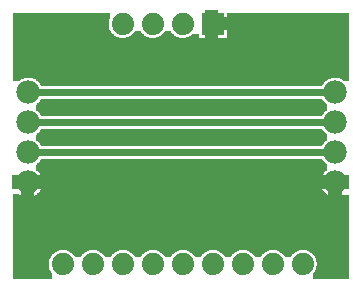
<source format=gbl>
G04 MADE WITH FRITZING*
G04 WWW.FRITZING.ORG*
G04 DOUBLE SIDED*
G04 HOLES PLATED*
G04 CONTOUR ON CENTER OF CONTOUR VECTOR*
%ASAXBY*%
%FSLAX23Y23*%
%MOIN*%
%OFA0B0*%
%SFA1.0B1.0*%
%ADD10C,0.075000*%
%ADD11C,0.074000*%
%ADD12C,0.078000*%
%ADD13R,0.074000X0.074000*%
%ADD14C,0.024000*%
%LNCOPPER0*%
G90*
G70*
G54D10*
X121Y782D03*
X214Y380D03*
G54D11*
X704Y888D03*
X604Y888D03*
X504Y888D03*
X404Y888D03*
X204Y88D03*
X304Y88D03*
X404Y88D03*
X504Y88D03*
X604Y88D03*
X704Y88D03*
X804Y88D03*
X904Y88D03*
X1004Y88D03*
G54D12*
X1113Y661D03*
X1113Y561D03*
X1113Y461D03*
X1113Y361D03*
X89Y661D03*
X89Y561D03*
X89Y461D03*
X89Y361D03*
G54D13*
X704Y888D03*
G54D14*
X1083Y661D02*
X120Y661D01*
D02*
X1083Y561D02*
X120Y561D01*
D02*
X1083Y461D02*
X120Y461D01*
G36*
X40Y926D02*
X40Y842D01*
X392Y842D01*
X392Y844D01*
X386Y844D01*
X386Y846D01*
X382Y846D01*
X382Y848D01*
X378Y848D01*
X378Y850D01*
X376Y850D01*
X376Y852D01*
X374Y852D01*
X374Y854D01*
X372Y854D01*
X372Y856D01*
X370Y856D01*
X370Y858D01*
X368Y858D01*
X368Y860D01*
X366Y860D01*
X366Y862D01*
X364Y862D01*
X364Y866D01*
X362Y866D01*
X362Y870D01*
X360Y870D01*
X360Y876D01*
X358Y876D01*
X358Y900D01*
X360Y900D01*
X360Y906D01*
X362Y906D01*
X362Y926D01*
X40Y926D01*
G37*
D02*
G36*
X752Y926D02*
X752Y842D01*
X1160Y842D01*
X1160Y926D01*
X752Y926D01*
G37*
D02*
G36*
X444Y864D02*
X444Y862D01*
X442Y862D01*
X442Y860D01*
X440Y860D01*
X440Y856D01*
X438Y856D01*
X438Y854D01*
X436Y854D01*
X436Y852D01*
X432Y852D01*
X432Y850D01*
X430Y850D01*
X430Y848D01*
X426Y848D01*
X426Y846D01*
X424Y846D01*
X424Y844D01*
X416Y844D01*
X416Y842D01*
X492Y842D01*
X492Y844D01*
X486Y844D01*
X486Y846D01*
X482Y846D01*
X482Y848D01*
X478Y848D01*
X478Y850D01*
X476Y850D01*
X476Y852D01*
X474Y852D01*
X474Y854D01*
X472Y854D01*
X472Y856D01*
X470Y856D01*
X470Y858D01*
X468Y858D01*
X468Y860D01*
X466Y860D01*
X466Y862D01*
X464Y862D01*
X464Y864D01*
X444Y864D01*
G37*
D02*
G36*
X544Y864D02*
X544Y862D01*
X542Y862D01*
X542Y860D01*
X540Y860D01*
X540Y856D01*
X538Y856D01*
X538Y854D01*
X536Y854D01*
X536Y852D01*
X532Y852D01*
X532Y850D01*
X530Y850D01*
X530Y848D01*
X526Y848D01*
X526Y846D01*
X524Y846D01*
X524Y844D01*
X516Y844D01*
X516Y842D01*
X592Y842D01*
X592Y844D01*
X586Y844D01*
X586Y846D01*
X582Y846D01*
X582Y848D01*
X578Y848D01*
X578Y850D01*
X576Y850D01*
X576Y852D01*
X574Y852D01*
X574Y854D01*
X572Y854D01*
X572Y856D01*
X570Y856D01*
X570Y858D01*
X568Y858D01*
X568Y860D01*
X566Y860D01*
X566Y862D01*
X564Y862D01*
X564Y864D01*
X544Y864D01*
G37*
D02*
G36*
X638Y856D02*
X638Y854D01*
X636Y854D01*
X636Y852D01*
X632Y852D01*
X632Y850D01*
X630Y850D01*
X630Y848D01*
X626Y848D01*
X626Y846D01*
X624Y846D01*
X624Y844D01*
X616Y844D01*
X616Y842D01*
X658Y842D01*
X658Y856D01*
X638Y856D01*
G37*
D02*
G36*
X40Y842D02*
X40Y840D01*
X1160Y840D01*
X1160Y842D01*
X40Y842D01*
G37*
D02*
G36*
X40Y842D02*
X40Y840D01*
X1160Y840D01*
X1160Y842D01*
X40Y842D01*
G37*
D02*
G36*
X40Y842D02*
X40Y840D01*
X1160Y840D01*
X1160Y842D01*
X40Y842D01*
G37*
D02*
G36*
X40Y842D02*
X40Y840D01*
X1160Y840D01*
X1160Y842D01*
X40Y842D01*
G37*
D02*
G36*
X40Y842D02*
X40Y840D01*
X1160Y840D01*
X1160Y842D01*
X40Y842D01*
G37*
D02*
G36*
X40Y840D02*
X40Y710D01*
X1120Y710D01*
X1120Y708D01*
X1128Y708D01*
X1128Y706D01*
X1134Y706D01*
X1134Y704D01*
X1136Y704D01*
X1136Y702D01*
X1140Y702D01*
X1140Y700D01*
X1160Y700D01*
X1160Y840D01*
X40Y840D01*
G37*
D02*
G36*
X40Y710D02*
X40Y698D01*
X60Y698D01*
X60Y700D01*
X62Y700D01*
X62Y702D01*
X66Y702D01*
X66Y704D01*
X70Y704D01*
X70Y706D01*
X74Y706D01*
X74Y708D01*
X84Y708D01*
X84Y710D01*
X40Y710D01*
G37*
D02*
G36*
X96Y710D02*
X96Y708D01*
X104Y708D01*
X104Y706D01*
X110Y706D01*
X110Y704D01*
X114Y704D01*
X114Y702D01*
X116Y702D01*
X116Y700D01*
X120Y700D01*
X120Y698D01*
X122Y698D01*
X122Y696D01*
X124Y696D01*
X124Y694D01*
X126Y694D01*
X126Y692D01*
X128Y692D01*
X128Y690D01*
X130Y690D01*
X130Y686D01*
X132Y686D01*
X132Y682D01*
X1070Y682D01*
X1070Y686D01*
X1072Y686D01*
X1072Y688D01*
X1074Y688D01*
X1074Y690D01*
X1076Y690D01*
X1076Y694D01*
X1078Y694D01*
X1078Y696D01*
X1080Y696D01*
X1080Y698D01*
X1084Y698D01*
X1084Y700D01*
X1086Y700D01*
X1086Y702D01*
X1090Y702D01*
X1090Y704D01*
X1092Y704D01*
X1092Y706D01*
X1098Y706D01*
X1098Y708D01*
X1106Y708D01*
X1106Y710D01*
X96Y710D01*
G37*
D02*
G36*
X132Y638D02*
X132Y636D01*
X130Y636D01*
X130Y632D01*
X128Y632D01*
X128Y630D01*
X126Y630D01*
X126Y628D01*
X124Y628D01*
X124Y624D01*
X120Y624D01*
X120Y622D01*
X118Y622D01*
X118Y620D01*
X116Y620D01*
X116Y600D01*
X120Y600D01*
X120Y598D01*
X122Y598D01*
X122Y596D01*
X124Y596D01*
X124Y594D01*
X126Y594D01*
X126Y592D01*
X128Y592D01*
X128Y590D01*
X130Y590D01*
X130Y586D01*
X132Y586D01*
X132Y582D01*
X1070Y582D01*
X1070Y586D01*
X1072Y586D01*
X1072Y588D01*
X1074Y588D01*
X1074Y590D01*
X1076Y590D01*
X1076Y594D01*
X1078Y594D01*
X1078Y596D01*
X1080Y596D01*
X1080Y598D01*
X1084Y598D01*
X1084Y600D01*
X1086Y600D01*
X1086Y620D01*
X1084Y620D01*
X1084Y622D01*
X1082Y622D01*
X1082Y624D01*
X1080Y624D01*
X1080Y626D01*
X1078Y626D01*
X1078Y628D01*
X1076Y628D01*
X1076Y630D01*
X1074Y630D01*
X1074Y632D01*
X1072Y632D01*
X1072Y636D01*
X1070Y636D01*
X1070Y638D01*
X132Y638D01*
G37*
D02*
G36*
X132Y538D02*
X132Y536D01*
X130Y536D01*
X130Y532D01*
X128Y532D01*
X128Y530D01*
X126Y530D01*
X126Y528D01*
X124Y528D01*
X124Y524D01*
X120Y524D01*
X120Y522D01*
X118Y522D01*
X118Y520D01*
X116Y520D01*
X116Y500D01*
X120Y500D01*
X120Y498D01*
X122Y498D01*
X122Y496D01*
X124Y496D01*
X124Y494D01*
X126Y494D01*
X126Y492D01*
X128Y492D01*
X128Y490D01*
X130Y490D01*
X130Y486D01*
X132Y486D01*
X132Y482D01*
X1070Y482D01*
X1070Y486D01*
X1072Y486D01*
X1072Y488D01*
X1074Y488D01*
X1074Y490D01*
X1076Y490D01*
X1076Y494D01*
X1078Y494D01*
X1078Y496D01*
X1080Y496D01*
X1080Y498D01*
X1084Y498D01*
X1084Y500D01*
X1086Y500D01*
X1086Y520D01*
X1084Y520D01*
X1084Y522D01*
X1082Y522D01*
X1082Y524D01*
X1080Y524D01*
X1080Y526D01*
X1078Y526D01*
X1078Y528D01*
X1076Y528D01*
X1076Y530D01*
X1074Y530D01*
X1074Y532D01*
X1072Y532D01*
X1072Y536D01*
X1070Y536D01*
X1070Y538D01*
X132Y538D01*
G37*
D02*
G36*
X132Y438D02*
X132Y436D01*
X130Y436D01*
X130Y432D01*
X128Y432D01*
X128Y430D01*
X126Y430D01*
X126Y428D01*
X124Y428D01*
X124Y424D01*
X120Y424D01*
X120Y422D01*
X118Y422D01*
X118Y420D01*
X116Y420D01*
X116Y400D01*
X120Y400D01*
X120Y398D01*
X122Y398D01*
X122Y396D01*
X124Y396D01*
X124Y394D01*
X126Y394D01*
X126Y392D01*
X128Y392D01*
X128Y390D01*
X130Y390D01*
X130Y386D01*
X132Y386D01*
X132Y382D01*
X134Y382D01*
X134Y378D01*
X136Y378D01*
X136Y372D01*
X138Y372D01*
X138Y350D01*
X136Y350D01*
X136Y342D01*
X134Y342D01*
X134Y338D01*
X132Y338D01*
X132Y336D01*
X130Y336D01*
X130Y332D01*
X128Y332D01*
X128Y330D01*
X126Y330D01*
X126Y328D01*
X124Y328D01*
X124Y324D01*
X120Y324D01*
X120Y322D01*
X118Y322D01*
X118Y320D01*
X116Y320D01*
X116Y318D01*
X112Y318D01*
X112Y316D01*
X108Y316D01*
X108Y314D01*
X100Y314D01*
X100Y312D01*
X1102Y312D01*
X1102Y314D01*
X1096Y314D01*
X1096Y316D01*
X1090Y316D01*
X1090Y318D01*
X1088Y318D01*
X1088Y320D01*
X1084Y320D01*
X1084Y322D01*
X1082Y322D01*
X1082Y324D01*
X1080Y324D01*
X1080Y326D01*
X1078Y326D01*
X1078Y328D01*
X1076Y328D01*
X1076Y330D01*
X1074Y330D01*
X1074Y332D01*
X1072Y332D01*
X1072Y336D01*
X1070Y336D01*
X1070Y340D01*
X1068Y340D01*
X1068Y344D01*
X1066Y344D01*
X1066Y352D01*
X1064Y352D01*
X1064Y370D01*
X1066Y370D01*
X1066Y376D01*
X1068Y376D01*
X1068Y382D01*
X1070Y382D01*
X1070Y386D01*
X1072Y386D01*
X1072Y388D01*
X1074Y388D01*
X1074Y390D01*
X1076Y390D01*
X1076Y394D01*
X1078Y394D01*
X1078Y396D01*
X1080Y396D01*
X1080Y398D01*
X1084Y398D01*
X1084Y400D01*
X1086Y400D01*
X1086Y420D01*
X1084Y420D01*
X1084Y422D01*
X1082Y422D01*
X1082Y424D01*
X1080Y424D01*
X1080Y426D01*
X1078Y426D01*
X1078Y428D01*
X1076Y428D01*
X1076Y430D01*
X1074Y430D01*
X1074Y432D01*
X1072Y432D01*
X1072Y436D01*
X1070Y436D01*
X1070Y438D01*
X132Y438D01*
G37*
D02*
G36*
X40Y322D02*
X40Y312D01*
X78Y312D01*
X78Y314D01*
X72Y314D01*
X72Y316D01*
X68Y316D01*
X68Y318D01*
X64Y318D01*
X64Y320D01*
X60Y320D01*
X60Y322D01*
X40Y322D01*
G37*
D02*
G36*
X1138Y320D02*
X1138Y318D01*
X1136Y318D01*
X1136Y316D01*
X1130Y316D01*
X1130Y314D01*
X1124Y314D01*
X1124Y312D01*
X1160Y312D01*
X1160Y320D01*
X1138Y320D01*
G37*
D02*
G36*
X40Y312D02*
X40Y310D01*
X1160Y310D01*
X1160Y312D01*
X40Y312D01*
G37*
D02*
G36*
X40Y312D02*
X40Y310D01*
X1160Y310D01*
X1160Y312D01*
X40Y312D01*
G37*
D02*
G36*
X40Y312D02*
X40Y310D01*
X1160Y310D01*
X1160Y312D01*
X40Y312D01*
G37*
D02*
G36*
X40Y310D02*
X40Y136D01*
X1006Y136D01*
X1006Y134D01*
X1018Y134D01*
X1018Y132D01*
X1024Y132D01*
X1024Y130D01*
X1026Y130D01*
X1026Y128D01*
X1030Y128D01*
X1030Y126D01*
X1034Y126D01*
X1034Y124D01*
X1036Y124D01*
X1036Y122D01*
X1038Y122D01*
X1038Y120D01*
X1040Y120D01*
X1040Y118D01*
X1042Y118D01*
X1042Y114D01*
X1044Y114D01*
X1044Y112D01*
X1046Y112D01*
X1046Y108D01*
X1048Y108D01*
X1048Y102D01*
X1050Y102D01*
X1050Y94D01*
X1052Y94D01*
X1052Y82D01*
X1050Y82D01*
X1050Y74D01*
X1048Y74D01*
X1048Y68D01*
X1046Y68D01*
X1046Y64D01*
X1044Y64D01*
X1044Y62D01*
X1042Y62D01*
X1042Y60D01*
X1040Y60D01*
X1040Y40D01*
X1160Y40D01*
X1160Y310D01*
X40Y310D01*
G37*
D02*
G36*
X40Y136D02*
X40Y40D01*
X168Y40D01*
X168Y60D01*
X166Y60D01*
X166Y62D01*
X164Y62D01*
X164Y66D01*
X162Y66D01*
X162Y70D01*
X160Y70D01*
X160Y76D01*
X158Y76D01*
X158Y100D01*
X160Y100D01*
X160Y106D01*
X162Y106D01*
X162Y110D01*
X164Y110D01*
X164Y114D01*
X166Y114D01*
X166Y116D01*
X168Y116D01*
X168Y118D01*
X170Y118D01*
X170Y122D01*
X174Y122D01*
X174Y124D01*
X176Y124D01*
X176Y126D01*
X178Y126D01*
X178Y128D01*
X182Y128D01*
X182Y130D01*
X186Y130D01*
X186Y132D01*
X192Y132D01*
X192Y134D01*
X204Y134D01*
X204Y136D01*
X40Y136D01*
G37*
D02*
G36*
X206Y136D02*
X206Y134D01*
X218Y134D01*
X218Y132D01*
X224Y132D01*
X224Y130D01*
X226Y130D01*
X226Y128D01*
X230Y128D01*
X230Y126D01*
X234Y126D01*
X234Y124D01*
X236Y124D01*
X236Y122D01*
X238Y122D01*
X238Y120D01*
X240Y120D01*
X240Y118D01*
X242Y118D01*
X242Y114D01*
X244Y114D01*
X244Y112D01*
X264Y112D01*
X264Y114D01*
X266Y114D01*
X266Y116D01*
X268Y116D01*
X268Y118D01*
X270Y118D01*
X270Y122D01*
X274Y122D01*
X274Y124D01*
X276Y124D01*
X276Y126D01*
X278Y126D01*
X278Y128D01*
X282Y128D01*
X282Y130D01*
X286Y130D01*
X286Y132D01*
X292Y132D01*
X292Y134D01*
X304Y134D01*
X304Y136D01*
X206Y136D01*
G37*
D02*
G36*
X306Y136D02*
X306Y134D01*
X318Y134D01*
X318Y132D01*
X324Y132D01*
X324Y130D01*
X326Y130D01*
X326Y128D01*
X330Y128D01*
X330Y126D01*
X334Y126D01*
X334Y124D01*
X336Y124D01*
X336Y122D01*
X338Y122D01*
X338Y120D01*
X340Y120D01*
X340Y118D01*
X342Y118D01*
X342Y114D01*
X344Y114D01*
X344Y112D01*
X364Y112D01*
X364Y114D01*
X366Y114D01*
X366Y116D01*
X368Y116D01*
X368Y118D01*
X370Y118D01*
X370Y122D01*
X374Y122D01*
X374Y124D01*
X376Y124D01*
X376Y126D01*
X378Y126D01*
X378Y128D01*
X382Y128D01*
X382Y130D01*
X386Y130D01*
X386Y132D01*
X392Y132D01*
X392Y134D01*
X404Y134D01*
X404Y136D01*
X306Y136D01*
G37*
D02*
G36*
X406Y136D02*
X406Y134D01*
X418Y134D01*
X418Y132D01*
X424Y132D01*
X424Y130D01*
X426Y130D01*
X426Y128D01*
X430Y128D01*
X430Y126D01*
X434Y126D01*
X434Y124D01*
X436Y124D01*
X436Y122D01*
X438Y122D01*
X438Y120D01*
X440Y120D01*
X440Y118D01*
X442Y118D01*
X442Y114D01*
X444Y114D01*
X444Y112D01*
X464Y112D01*
X464Y114D01*
X466Y114D01*
X466Y116D01*
X468Y116D01*
X468Y118D01*
X470Y118D01*
X470Y122D01*
X474Y122D01*
X474Y124D01*
X476Y124D01*
X476Y126D01*
X478Y126D01*
X478Y128D01*
X482Y128D01*
X482Y130D01*
X486Y130D01*
X486Y132D01*
X492Y132D01*
X492Y134D01*
X504Y134D01*
X504Y136D01*
X406Y136D01*
G37*
D02*
G36*
X506Y136D02*
X506Y134D01*
X518Y134D01*
X518Y132D01*
X524Y132D01*
X524Y130D01*
X526Y130D01*
X526Y128D01*
X530Y128D01*
X530Y126D01*
X534Y126D01*
X534Y124D01*
X536Y124D01*
X536Y122D01*
X538Y122D01*
X538Y120D01*
X540Y120D01*
X540Y118D01*
X542Y118D01*
X542Y114D01*
X544Y114D01*
X544Y112D01*
X564Y112D01*
X564Y114D01*
X566Y114D01*
X566Y116D01*
X568Y116D01*
X568Y118D01*
X570Y118D01*
X570Y122D01*
X574Y122D01*
X574Y124D01*
X576Y124D01*
X576Y126D01*
X578Y126D01*
X578Y128D01*
X582Y128D01*
X582Y130D01*
X586Y130D01*
X586Y132D01*
X592Y132D01*
X592Y134D01*
X604Y134D01*
X604Y136D01*
X506Y136D01*
G37*
D02*
G36*
X606Y136D02*
X606Y134D01*
X618Y134D01*
X618Y132D01*
X624Y132D01*
X624Y130D01*
X626Y130D01*
X626Y128D01*
X630Y128D01*
X630Y126D01*
X634Y126D01*
X634Y124D01*
X636Y124D01*
X636Y122D01*
X638Y122D01*
X638Y120D01*
X640Y120D01*
X640Y118D01*
X642Y118D01*
X642Y114D01*
X644Y114D01*
X644Y112D01*
X664Y112D01*
X664Y114D01*
X666Y114D01*
X666Y116D01*
X668Y116D01*
X668Y118D01*
X670Y118D01*
X670Y122D01*
X674Y122D01*
X674Y124D01*
X676Y124D01*
X676Y126D01*
X678Y126D01*
X678Y128D01*
X682Y128D01*
X682Y130D01*
X686Y130D01*
X686Y132D01*
X692Y132D01*
X692Y134D01*
X704Y134D01*
X704Y136D01*
X606Y136D01*
G37*
D02*
G36*
X706Y136D02*
X706Y134D01*
X718Y134D01*
X718Y132D01*
X724Y132D01*
X724Y130D01*
X726Y130D01*
X726Y128D01*
X730Y128D01*
X730Y126D01*
X734Y126D01*
X734Y124D01*
X736Y124D01*
X736Y122D01*
X738Y122D01*
X738Y120D01*
X740Y120D01*
X740Y118D01*
X742Y118D01*
X742Y114D01*
X744Y114D01*
X744Y112D01*
X764Y112D01*
X764Y114D01*
X766Y114D01*
X766Y116D01*
X768Y116D01*
X768Y118D01*
X770Y118D01*
X770Y122D01*
X774Y122D01*
X774Y124D01*
X776Y124D01*
X776Y126D01*
X778Y126D01*
X778Y128D01*
X782Y128D01*
X782Y130D01*
X786Y130D01*
X786Y132D01*
X792Y132D01*
X792Y134D01*
X804Y134D01*
X804Y136D01*
X706Y136D01*
G37*
D02*
G36*
X806Y136D02*
X806Y134D01*
X818Y134D01*
X818Y132D01*
X824Y132D01*
X824Y130D01*
X826Y130D01*
X826Y128D01*
X830Y128D01*
X830Y126D01*
X834Y126D01*
X834Y124D01*
X836Y124D01*
X836Y122D01*
X838Y122D01*
X838Y120D01*
X840Y120D01*
X840Y118D01*
X842Y118D01*
X842Y114D01*
X844Y114D01*
X844Y112D01*
X864Y112D01*
X864Y114D01*
X866Y114D01*
X866Y116D01*
X868Y116D01*
X868Y118D01*
X870Y118D01*
X870Y122D01*
X874Y122D01*
X874Y124D01*
X876Y124D01*
X876Y126D01*
X878Y126D01*
X878Y128D01*
X882Y128D01*
X882Y130D01*
X886Y130D01*
X886Y132D01*
X892Y132D01*
X892Y134D01*
X904Y134D01*
X904Y136D01*
X806Y136D01*
G37*
D02*
G36*
X906Y136D02*
X906Y134D01*
X918Y134D01*
X918Y132D01*
X924Y132D01*
X924Y130D01*
X926Y130D01*
X926Y128D01*
X930Y128D01*
X930Y126D01*
X934Y126D01*
X934Y124D01*
X936Y124D01*
X936Y122D01*
X938Y122D01*
X938Y120D01*
X940Y120D01*
X940Y118D01*
X942Y118D01*
X942Y114D01*
X944Y114D01*
X944Y112D01*
X964Y112D01*
X964Y114D01*
X966Y114D01*
X966Y116D01*
X968Y116D01*
X968Y118D01*
X970Y118D01*
X970Y122D01*
X974Y122D01*
X974Y124D01*
X976Y124D01*
X976Y126D01*
X978Y126D01*
X978Y128D01*
X982Y128D01*
X982Y130D01*
X986Y130D01*
X986Y132D01*
X992Y132D01*
X992Y134D01*
X1004Y134D01*
X1004Y136D01*
X906Y136D01*
G37*
D02*
G36*
X1089Y344D02*
X1134Y344D01*
X1134Y312D01*
X1089Y312D01*
X1089Y344D01*
G37*
D02*
G36*
X1060Y385D02*
X1092Y385D01*
X1092Y340D01*
X1060Y340D01*
X1060Y385D01*
G37*
D02*
G36*
X1130Y385D02*
X1160Y385D01*
X1160Y340D01*
X1130Y340D01*
X1130Y385D01*
G37*
D02*
G36*
X65Y344D02*
X110Y344D01*
X110Y312D01*
X65Y312D01*
X65Y344D01*
G37*
D02*
G36*
X36Y385D02*
X68Y385D01*
X68Y340D01*
X36Y340D01*
X36Y385D01*
G37*
D02*
G36*
X106Y385D02*
X138Y385D01*
X138Y340D01*
X106Y340D01*
X106Y385D01*
G37*
D02*
G36*
X680Y934D02*
X723Y934D01*
X723Y910D01*
X680Y910D01*
X680Y934D01*
G37*
D02*
G36*
X680Y872D02*
X723Y872D01*
X723Y842D01*
X680Y842D01*
X680Y872D01*
G37*
D02*
G36*
X720Y912D02*
X752Y912D01*
X752Y869D01*
X720Y869D01*
X720Y912D01*
G37*
D02*
G04 End of Copper0*
M02*
</source>
